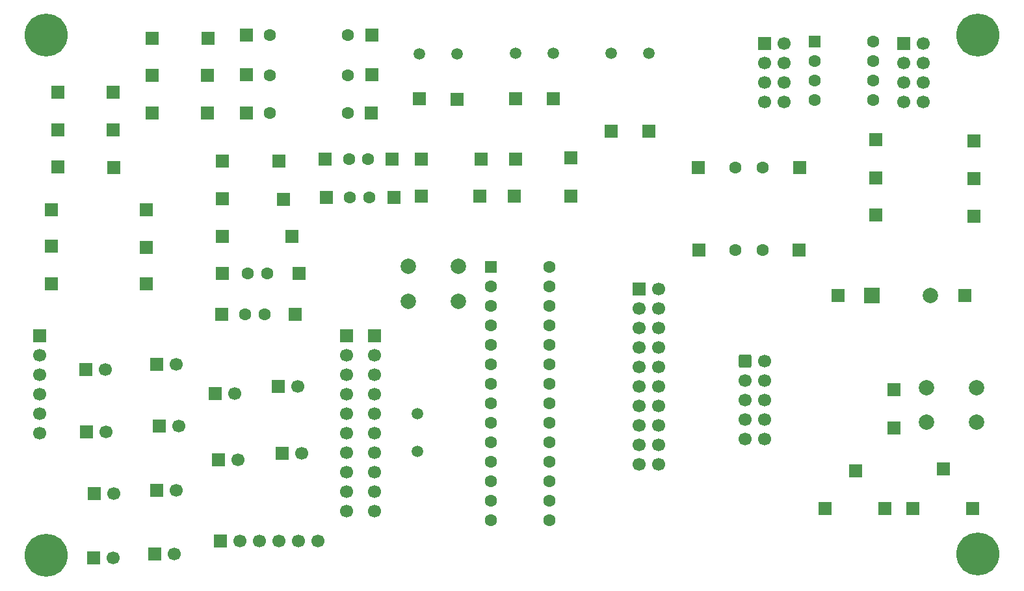
<source format=gbr>
%TF.GenerationSoftware,KiCad,Pcbnew,9.0.6*%
%TF.CreationDate,2025-11-04T19:56:49+01:00*%
%TF.ProjectId,Load_Board,4c6f6164-5f42-46f6-9172-642e6b696361,1.0*%
%TF.SameCoordinates,Original*%
%TF.FileFunction,Soldermask,Bot*%
%TF.FilePolarity,Negative*%
%FSLAX46Y46*%
G04 Gerber Fmt 4.6, Leading zero omitted, Abs format (unit mm)*
G04 Created by KiCad (PCBNEW 9.0.6) date 2025-11-04 19:56:49*
%MOMM*%
%LPD*%
G01*
G04 APERTURE LIST*
G04 Aperture macros list*
%AMRoundRect*
0 Rectangle with rounded corners*
0 $1 Rounding radius*
0 $2 $3 $4 $5 $6 $7 $8 $9 X,Y pos of 4 corners*
0 Add a 4 corners polygon primitive as box body*
4,1,4,$2,$3,$4,$5,$6,$7,$8,$9,$2,$3,0*
0 Add four circle primitives for the rounded corners*
1,1,$1+$1,$2,$3*
1,1,$1+$1,$4,$5*
1,1,$1+$1,$6,$7*
1,1,$1+$1,$8,$9*
0 Add four rect primitives between the rounded corners*
20,1,$1+$1,$2,$3,$4,$5,0*
20,1,$1+$1,$4,$5,$6,$7,0*
20,1,$1+$1,$6,$7,$8,$9,0*
20,1,$1+$1,$8,$9,$2,$3,0*%
G04 Aperture macros list end*
%ADD10C,5.600000*%
%ADD11R,1.700000X1.700000*%
%ADD12C,1.700000*%
%ADD13C,1.600000*%
%ADD14C,2.000000*%
%ADD15RoundRect,0.250000X-0.550000X-0.550000X0.550000X-0.550000X0.550000X0.550000X-0.550000X0.550000X0*%
%ADD16RoundRect,0.250000X-0.600000X-0.600000X0.600000X-0.600000X0.600000X0.600000X-0.600000X0.600000X0*%
%ADD17C,1.500000*%
%ADD18R,2.000000X2.000000*%
G04 APERTURE END LIST*
D10*
%TO.C,H4*%
X246450000Y-128700000D03*
%TD*%
D11*
%TO.C,J15*%
X147500000Y-116350000D03*
D12*
X150040000Y-116350000D03*
%TD*%
D11*
%TO.C,J16*%
X155850000Y-115500000D03*
D12*
X158390000Y-115500000D03*
%TD*%
D13*
%TO.C,L4*%
X153865000Y-92100000D03*
X151325000Y-92100000D03*
%TD*%
%TO.C,L5*%
X153575000Y-97450000D03*
X151035000Y-97450000D03*
%TD*%
D11*
%TO.C,J17*%
X157525000Y-97450000D03*
%TD*%
%TO.C,J21*%
X157997500Y-92100000D03*
%TD*%
%TO.C,J32*%
X147997500Y-92100000D03*
%TD*%
%TO.C,J28*%
X147925000Y-97450000D03*
%TD*%
%TO.C,J70*%
X133825000Y-68500000D03*
%TD*%
%TO.C,J64*%
X126600000Y-68500000D03*
%TD*%
%TO.C,J72*%
X133862500Y-78250000D03*
%TD*%
%TO.C,J65*%
X126600000Y-73350000D03*
%TD*%
%TO.C,J66*%
X126612500Y-78200000D03*
%TD*%
%TO.C,J71*%
X133800000Y-73350000D03*
%TD*%
%TO.C,J29*%
X148025000Y-77450000D03*
%TD*%
%TO.C,J18*%
X155425000Y-77450000D03*
%TD*%
%TO.C,J30*%
X148025000Y-82350000D03*
%TD*%
%TO.C,J20*%
X157075000Y-87250000D03*
%TD*%
%TO.C,J31*%
X148025000Y-87250000D03*
%TD*%
%TO.C,J19*%
X155975000Y-82400000D03*
%TD*%
D12*
%TO.C,J6*%
X142327500Y-111975000D03*
D11*
X139787500Y-111975000D03*
%TD*%
%TO.C,J5*%
X130362500Y-112725000D03*
D12*
X132902500Y-112725000D03*
%TD*%
D11*
%TO.C,J55*%
X146100000Y-71150000D03*
%TD*%
%TO.C,J46*%
X138900000Y-71150000D03*
%TD*%
%TO.C,J53*%
X146150000Y-61450000D03*
%TD*%
%TO.C,J54*%
X146100000Y-66300000D03*
%TD*%
%TO.C,J44*%
X138900000Y-61450000D03*
%TD*%
%TO.C,J45*%
X138900000Y-66300000D03*
%TD*%
%TO.C,J77*%
X167450000Y-71150000D03*
%TD*%
D14*
%TO.C,SW2*%
X172260000Y-91190000D03*
X178760000Y-91190000D03*
X172260000Y-95690000D03*
X178760000Y-95690000D03*
%TD*%
D11*
%TO.C,J36*%
X138150000Y-83800000D03*
%TD*%
%TO.C,J75*%
X167500000Y-61050000D03*
%TD*%
%TO.C,J57*%
X191100000Y-69300000D03*
%TD*%
%TO.C,J82*%
X151150000Y-66200000D03*
%TD*%
%TO.C,J49*%
X198690000Y-73500000D03*
%TD*%
%TO.C,J33*%
X245900000Y-74800000D03*
%TD*%
%TO.C,J39*%
X223200000Y-78300000D03*
%TD*%
%TO.C,J27*%
X125750000Y-93400000D03*
%TD*%
D10*
%TO.C,H2*%
X125050000Y-61050000D03*
%TD*%
D11*
%TO.C,J84*%
X237950000Y-122692500D03*
%TD*%
%TO.C,J58*%
X203540000Y-73500000D03*
%TD*%
D13*
%TO.C,R35*%
X154170000Y-66250000D03*
X164330000Y-66250000D03*
%TD*%
D11*
%TO.C,J43*%
X181600000Y-82000000D03*
%TD*%
D13*
%TO.C,C8*%
X218350000Y-89000000D03*
X214850000Y-89000000D03*
%TD*%
D11*
%TO.C,J13*%
X147070000Y-107750000D03*
D12*
X149610000Y-107750000D03*
%TD*%
D15*
%TO.C,U2*%
X182970000Y-91195000D03*
D13*
X182970000Y-93735000D03*
X182970000Y-96275000D03*
X182970000Y-98815000D03*
X182970000Y-101355000D03*
X182970000Y-103895000D03*
X182970000Y-106435000D03*
X182970000Y-108975000D03*
X182970000Y-111515000D03*
X182970000Y-114055000D03*
X182970000Y-116595000D03*
X182970000Y-119135000D03*
X182970000Y-121675000D03*
X182970000Y-124215000D03*
X190590000Y-124215000D03*
X190590000Y-121675000D03*
X190590000Y-119135000D03*
X190590000Y-116595000D03*
X190590000Y-114055000D03*
X190590000Y-111515000D03*
X190590000Y-108975000D03*
X190590000Y-106435000D03*
X190590000Y-103895000D03*
X190590000Y-101355000D03*
X190590000Y-98815000D03*
X190590000Y-96275000D03*
X190590000Y-93735000D03*
X190590000Y-91195000D03*
%TD*%
D11*
%TO.C,J69*%
X186075000Y-82050000D03*
%TD*%
%TO.C,J22*%
X233150000Y-74650000D03*
%TD*%
%TO.C,J78*%
X226550000Y-122692500D03*
%TD*%
%TO.C,J38*%
X138150000Y-93450000D03*
%TD*%
%TO.C,J92*%
X167880000Y-100210000D03*
D12*
X167880000Y-102750000D03*
X167880000Y-105290000D03*
X167880000Y-107830000D03*
X167880000Y-110370000D03*
X167880000Y-112910000D03*
X167880000Y-115450000D03*
X167880000Y-117990000D03*
X167880000Y-120530000D03*
X167880000Y-123070000D03*
%TD*%
D11*
%TO.C,J35*%
X245900000Y-84600000D03*
%TD*%
D13*
%TO.C,R34*%
X154170000Y-61050000D03*
X164330000Y-61050000D03*
%TD*%
D16*
%TO.C,J90*%
X216120000Y-103490000D03*
D12*
X218660000Y-103490000D03*
X216120000Y-106030000D03*
X218660000Y-106030000D03*
X216120000Y-108570000D03*
X218660000Y-108570000D03*
X216120000Y-111110000D03*
X218660000Y-111110000D03*
X216120000Y-113650000D03*
X218660000Y-113650000D03*
%TD*%
D11*
%TO.C,J76*%
X167500000Y-66200000D03*
%TD*%
%TO.C,J42*%
X181750000Y-77150000D03*
%TD*%
%TO.C,J93*%
X164210000Y-100210000D03*
D12*
X164210000Y-102750000D03*
X164210000Y-105290000D03*
X164210000Y-107830000D03*
X164210000Y-110370000D03*
X164210000Y-112910000D03*
X164210000Y-115450000D03*
X164210000Y-117990000D03*
X164210000Y-120530000D03*
X164210000Y-123070000D03*
%TD*%
D11*
%TO.C,J3*%
X124200000Y-100230000D03*
D12*
X124200000Y-102770000D03*
X124200000Y-105310000D03*
X124200000Y-107850000D03*
X124200000Y-110390000D03*
X124200000Y-112930000D03*
%TD*%
D11*
%TO.C,J10*%
X139200000Y-128625000D03*
D12*
X141740000Y-128625000D03*
%TD*%
D11*
%TO.C,J62*%
X173950000Y-77150000D03*
%TD*%
D17*
%TO.C,Y4*%
X173425000Y-110375000D03*
X173425000Y-115255000D03*
%TD*%
D11*
%TO.C,J51*%
X193425000Y-77050000D03*
%TD*%
%TO.C,J56*%
X178600000Y-69375000D03*
%TD*%
%TO.C,J8*%
X139475000Y-103900000D03*
D12*
X142015000Y-103900000D03*
%TD*%
D13*
%TO.C,C3*%
X167000000Y-77150000D03*
X164500000Y-77150000D03*
%TD*%
D11*
%TO.C,J34*%
X245900000Y-79740000D03*
%TD*%
%TO.C,J41*%
X170350000Y-82150000D03*
%TD*%
D13*
%TO.C,C7*%
X218350000Y-78300000D03*
X214850000Y-78300000D03*
%TD*%
D11*
%TO.C,J1*%
X218610000Y-62150000D03*
D12*
X221150000Y-62150000D03*
X218610000Y-64690000D03*
X221150000Y-64690000D03*
X218610000Y-67230000D03*
X221150000Y-67230000D03*
X218610000Y-69770000D03*
X221150000Y-69770000D03*
%TD*%
D14*
%TO.C,SW1*%
X239750000Y-106950000D03*
X246250000Y-106950000D03*
X239750000Y-111450000D03*
X246250000Y-111450000D03*
%TD*%
D11*
%TO.C,J48*%
X186200000Y-69325000D03*
%TD*%
%TO.C,J87*%
X228250000Y-94950000D03*
%TD*%
%TO.C,J59*%
X210000000Y-78250000D03*
%TD*%
D17*
%TO.C,Y2*%
X186220000Y-63400000D03*
X191100000Y-63400000D03*
%TD*%
D11*
%TO.C,J89*%
X202300000Y-94100000D03*
D12*
X204840000Y-94100000D03*
X202300000Y-96640000D03*
X204840000Y-96640000D03*
X202300000Y-99180000D03*
X204840000Y-99180000D03*
X202300000Y-101720000D03*
X204840000Y-101720000D03*
X202300000Y-104260000D03*
X204840000Y-104260000D03*
X202300000Y-106800000D03*
X204840000Y-106800000D03*
X202300000Y-109340000D03*
X204840000Y-109340000D03*
X202300000Y-111880000D03*
X204840000Y-111880000D03*
X202300000Y-114420000D03*
X204840000Y-114420000D03*
X202300000Y-116960000D03*
X204840000Y-116960000D03*
%TD*%
D11*
%TO.C,J2*%
X236800000Y-62150000D03*
D12*
X239340000Y-62150000D03*
X236800000Y-64690000D03*
X239340000Y-64690000D03*
X236800000Y-67230000D03*
X239340000Y-67230000D03*
X236800000Y-69770000D03*
X239340000Y-69770000D03*
%TD*%
D11*
%TO.C,J81*%
X151150000Y-61050000D03*
%TD*%
%TO.C,J40*%
X170100000Y-77150000D03*
%TD*%
%TO.C,J74*%
X235450000Y-112200000D03*
%TD*%
D13*
%TO.C,R36*%
X154170000Y-71150000D03*
X164330000Y-71150000D03*
%TD*%
D11*
%TO.C,J63*%
X173900000Y-82000000D03*
%TD*%
D17*
%TO.C,Y1*%
X173695000Y-63425000D03*
X178575000Y-63425000D03*
%TD*%
D11*
%TO.C,J12*%
X139475000Y-120400000D03*
D12*
X142015000Y-120400000D03*
%TD*%
D11*
%TO.C,J4*%
X147760000Y-127000000D03*
D12*
X150300000Y-127000000D03*
X152840000Y-127000000D03*
X155380000Y-127000000D03*
X157920000Y-127000000D03*
X160460000Y-127000000D03*
%TD*%
D11*
%TO.C,J68*%
X186175000Y-77150000D03*
%TD*%
%TO.C,J7*%
X130225000Y-104575000D03*
D12*
X132765000Y-104575000D03*
%TD*%
D11*
%TO.C,J26*%
X125750000Y-88550000D03*
%TD*%
%TO.C,J86*%
X241950000Y-117592500D03*
%TD*%
%TO.C,J80*%
X230500000Y-117792500D03*
%TD*%
%TO.C,J60*%
X161400000Y-77150000D03*
%TD*%
%TO.C,J79*%
X234300000Y-122692500D03*
%TD*%
%TO.C,J37*%
X138150000Y-88700000D03*
%TD*%
%TO.C,J50*%
X223150000Y-89000000D03*
%TD*%
%TO.C,J61*%
X161550000Y-82150000D03*
%TD*%
%TO.C,J85*%
X245750000Y-122692500D03*
%TD*%
D10*
%TO.C,H3*%
X125050000Y-128850000D03*
%TD*%
D11*
%TO.C,J14*%
X155270000Y-106800000D03*
D12*
X157810000Y-106800000D03*
%TD*%
D11*
%TO.C,J52*%
X193425000Y-82050000D03*
%TD*%
%TO.C,J73*%
X235450000Y-107250000D03*
%TD*%
%TO.C,J24*%
X233150000Y-84450000D03*
%TD*%
%TO.C,J25*%
X125750000Y-83750000D03*
%TD*%
D15*
%TO.C,U1*%
X225195000Y-61890000D03*
D13*
X225195000Y-64430000D03*
X225195000Y-66970000D03*
X225195000Y-69510000D03*
X232815000Y-69510000D03*
X232815000Y-66970000D03*
X232815000Y-64430000D03*
X232815000Y-61890000D03*
%TD*%
D11*
%TO.C,J11*%
X131350000Y-120800000D03*
D12*
X133890000Y-120800000D03*
%TD*%
D17*
%TO.C,Y3*%
X198660000Y-63400000D03*
X203540000Y-63400000D03*
%TD*%
D11*
%TO.C,J47*%
X173725000Y-69350000D03*
%TD*%
D13*
%TO.C,C4*%
X167150000Y-82150000D03*
X164650000Y-82150000D03*
%TD*%
D11*
%TO.C,J83*%
X151150000Y-71200000D03*
%TD*%
%TO.C,J67*%
X210050000Y-89000000D03*
%TD*%
D18*
%TO.C,BZ1*%
X232650000Y-94950000D03*
D14*
X240250000Y-94950000D03*
%TD*%
D10*
%TO.C,H1*%
X246450000Y-61050000D03*
%TD*%
D11*
%TO.C,J88*%
X244750000Y-94950000D03*
%TD*%
%TO.C,J23*%
X233150000Y-79600000D03*
%TD*%
%TO.C,J9*%
X131250000Y-129175000D03*
D12*
X133790000Y-129175000D03*
%TD*%
M02*

</source>
